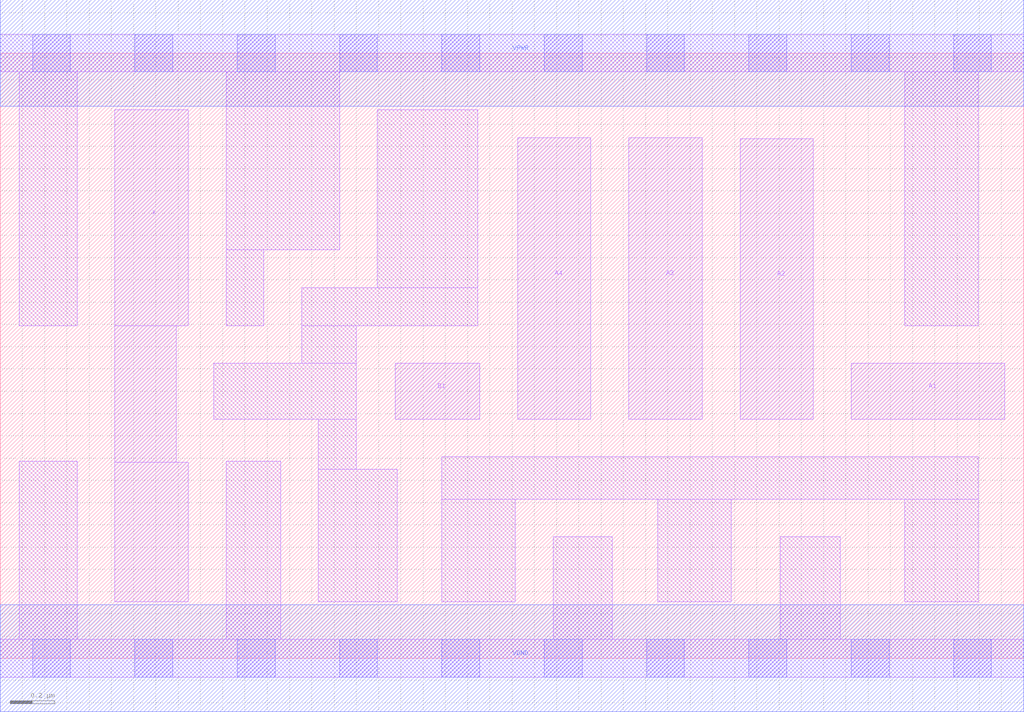
<source format=lef>
# Copyright 2020 The SkyWater PDK Authors
#
# Licensed under the Apache License, Version 2.0 (the "License");
# you may not use this file except in compliance with the License.
# You may obtain a copy of the License at
#
#     https://www.apache.org/licenses/LICENSE-2.0
#
# Unless required by applicable law or agreed to in writing, software
# distributed under the License is distributed on an "AS IS" BASIS,
# WITHOUT WARRANTIES OR CONDITIONS OF ANY KIND, either express or implied.
# See the License for the specific language governing permissions and
# limitations under the License.
#
# SPDX-License-Identifier: Apache-2.0

VERSION 5.7 ;
  NOWIREEXTENSIONATPIN ON ;
  DIVIDERCHAR "/" ;
  BUSBITCHARS "[]" ;
UNITS
  DATABASE MICRONS 200 ;
END UNITS
MACRO sky130_fd_sc_hd__o41a_2
  CLASS CORE ;
  FOREIGN sky130_fd_sc_hd__o41a_2 ;
  ORIGIN  0.000000  0.000000 ;
  SIZE  4.600000 BY  2.720000 ;
  SYMMETRY X Y R90 ;
  SITE unithd ;
  PIN A1
    ANTENNAGATEAREA  0.247500 ;
    DIRECTION INPUT ;
    USE SIGNAL ;
    PORT
      LAYER li1 ;
        RECT 3.825000 1.075000 4.515000 1.325000 ;
    END
  END A1
  PIN A2
    ANTENNAGATEAREA  0.247500 ;
    DIRECTION INPUT ;
    USE SIGNAL ;
    PORT
      LAYER li1 ;
        RECT 3.325000 1.075000 3.655000 2.335000 ;
    END
  END A2
  PIN A3
    ANTENNAGATEAREA  0.247500 ;
    DIRECTION INPUT ;
    USE SIGNAL ;
    PORT
      LAYER li1 ;
        RECT 2.825000 1.075000 3.155000 2.340000 ;
    END
  END A3
  PIN A4
    ANTENNAGATEAREA  0.247500 ;
    DIRECTION INPUT ;
    USE SIGNAL ;
    PORT
      LAYER li1 ;
        RECT 2.325000 1.075000 2.655000 2.340000 ;
    END
  END A4
  PIN B1
    ANTENNAGATEAREA  0.247500 ;
    DIRECTION INPUT ;
    USE SIGNAL ;
    PORT
      LAYER li1 ;
        RECT 1.775000 1.075000 2.155000 1.325000 ;
    END
  END B1
  PIN X
    ANTENNADIFFAREA  0.445500 ;
    DIRECTION OUTPUT ;
    USE SIGNAL ;
    PORT
      LAYER li1 ;
        RECT 0.515000 0.255000 0.845000 0.880000 ;
        RECT 0.515000 0.880000 0.790000 1.495000 ;
        RECT 0.515000 1.495000 0.845000 2.465000 ;
    END
  END X
  PIN VGND
    DIRECTION INOUT ;
    SHAPE ABUTMENT ;
    USE GROUND ;
    PORT
      LAYER met1 ;
        RECT 0.000000 -0.240000 4.600000 0.240000 ;
    END
  END VGND
  PIN VPWR
    DIRECTION INOUT ;
    SHAPE ABUTMENT ;
    USE POWER ;
    PORT
      LAYER met1 ;
        RECT 0.000000 2.480000 4.600000 2.960000 ;
    END
  END VPWR
  OBS
    LAYER li1 ;
      RECT 0.000000 -0.085000 4.600000 0.085000 ;
      RECT 0.000000  2.635000 4.600000 2.805000 ;
      RECT 0.085000  0.085000 0.345000 0.885000 ;
      RECT 0.085000  1.495000 0.345000 2.635000 ;
      RECT 0.960000  1.075000 1.600000 1.325000 ;
      RECT 1.015000  0.085000 1.260000 0.885000 ;
      RECT 1.015000  1.495000 1.185000 1.835000 ;
      RECT 1.015000  1.835000 1.525000 2.635000 ;
      RECT 1.355000  1.325000 1.600000 1.495000 ;
      RECT 1.355000  1.495000 2.145000 1.665000 ;
      RECT 1.430000  0.255000 1.785000 0.850000 ;
      RECT 1.430000  0.850000 1.600000 1.075000 ;
      RECT 1.695000  1.665000 2.145000 2.465000 ;
      RECT 1.985000  0.255000 2.315000 0.715000 ;
      RECT 1.985000  0.715000 4.395000 0.905000 ;
      RECT 2.485000  0.085000 2.750000 0.545000 ;
      RECT 2.955000  0.255000 3.285000 0.715000 ;
      RECT 3.505000  0.085000 3.775000 0.545000 ;
      RECT 4.065000  0.255000 4.395000 0.715000 ;
      RECT 4.065000  1.495000 4.395000 2.635000 ;
    LAYER mcon ;
      RECT 0.145000 -0.085000 0.315000 0.085000 ;
      RECT 0.145000  2.635000 0.315000 2.805000 ;
      RECT 0.605000 -0.085000 0.775000 0.085000 ;
      RECT 0.605000  2.635000 0.775000 2.805000 ;
      RECT 1.065000 -0.085000 1.235000 0.085000 ;
      RECT 1.065000  2.635000 1.235000 2.805000 ;
      RECT 1.525000 -0.085000 1.695000 0.085000 ;
      RECT 1.525000  2.635000 1.695000 2.805000 ;
      RECT 1.985000 -0.085000 2.155000 0.085000 ;
      RECT 1.985000  2.635000 2.155000 2.805000 ;
      RECT 2.445000 -0.085000 2.615000 0.085000 ;
      RECT 2.445000  2.635000 2.615000 2.805000 ;
      RECT 2.905000 -0.085000 3.075000 0.085000 ;
      RECT 2.905000  2.635000 3.075000 2.805000 ;
      RECT 3.365000 -0.085000 3.535000 0.085000 ;
      RECT 3.365000  2.635000 3.535000 2.805000 ;
      RECT 3.825000 -0.085000 3.995000 0.085000 ;
      RECT 3.825000  2.635000 3.995000 2.805000 ;
      RECT 4.285000 -0.085000 4.455000 0.085000 ;
      RECT 4.285000  2.635000 4.455000 2.805000 ;
  END
END sky130_fd_sc_hd__o41a_2
END LIBRARY

</source>
